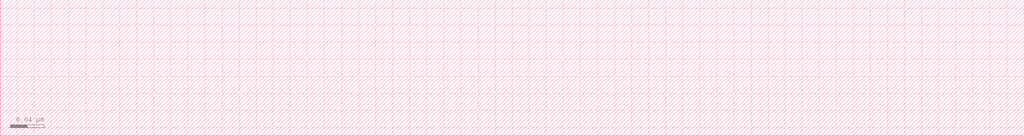
<source format=lef>
# Copyright 2020 The SkyWater PDK Authors
#
# Licensed under the Apache License, Version 2.0 (the "License");
# you may not use this file except in compliance with the License.
# You may obtain a copy of the License at
#
#     https://www.apache.org/licenses/LICENSE-2.0
#
# Unless required by applicable law or agreed to in writing, software
# distributed under the License is distributed on an "AS IS" BASIS,
# WITHOUT WARRANTIES OR CONDITIONS OF ANY KIND, either express or implied.
# See the License for the specific language governing permissions and
# limitations under the License.
#
# SPDX-License-Identifier: Apache-2.0

VERSION 5.7 ;
  NOWIREEXTENSIONATPIN ON ;
  DIVIDERCHAR "/" ;
  BUSBITCHARS "[]" ;
MACRO sky130_fd_bd_sram__sram_dp_cell_half_wl
  CLASS BLOCK ;
  FOREIGN sky130_fd_bd_sram__sram_dp_cell_half_wl ;
  ORIGIN  0.000000  0.010000 ;
  SIZE  1.200000 BY  0.160000 ;
END sky130_fd_bd_sram__sram_dp_cell_half_wl
END LIBRARY

</source>
